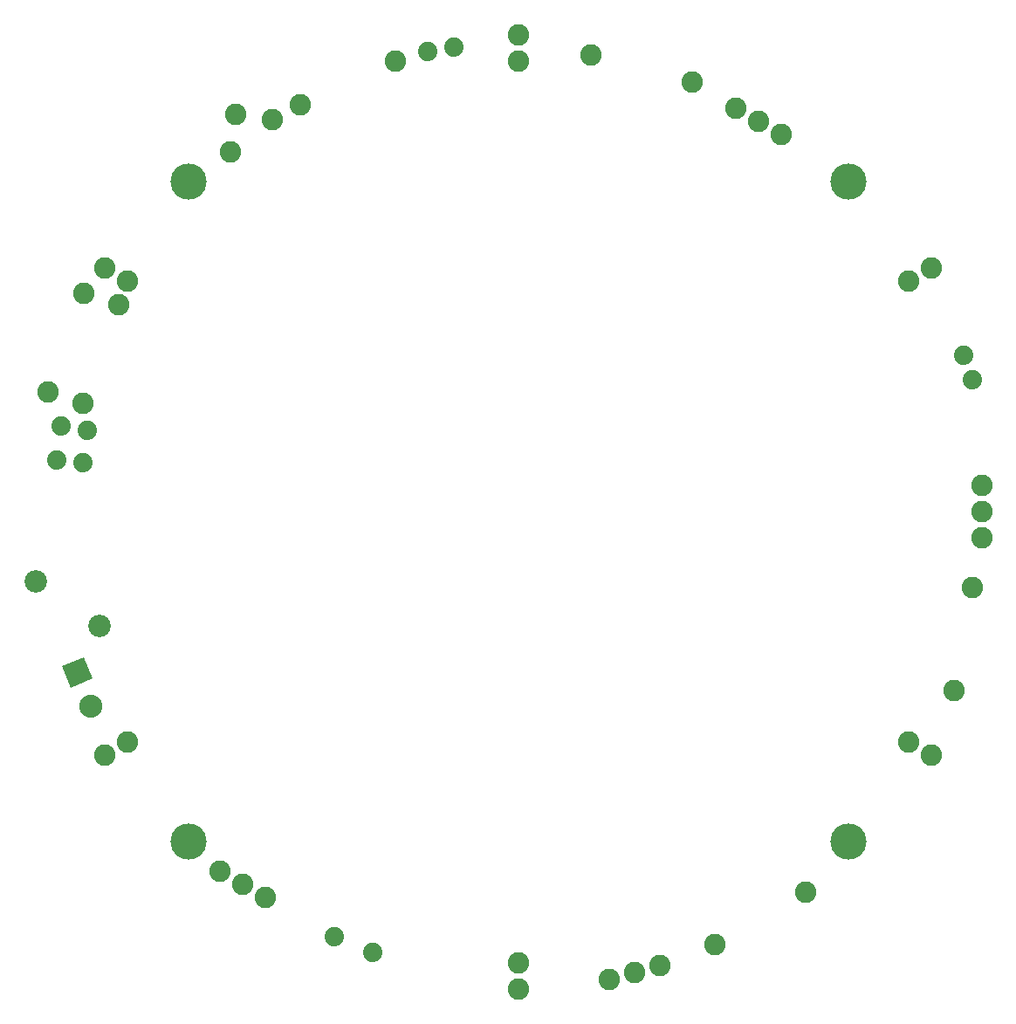
<source format=gts>
G75*
%MOIN*%
%OFA0B0*%
%FSLAX24Y24*%
%IPPOS*%
%LPD*%
%AMOC8*
5,1,8,0,0,1.08239X$1,22.5*
%
%ADD10C,0.0880*%
%ADD11R,0.0880X0.0880*%
%ADD12C,0.0860*%
%ADD13C,0.0740*%
%ADD14C,0.0820*%
%ADD15C,0.1380*%
D10*
X003524Y012427D03*
D11*
G36*
X002759Y013126D02*
X002423Y013938D01*
X003235Y014274D01*
X003571Y013462D01*
X002759Y013126D01*
G37*
D12*
X003859Y015471D03*
X001402Y017191D03*
D13*
X002209Y021808D03*
X003205Y021721D03*
X003377Y022935D03*
X002392Y023109D03*
X016394Y037406D03*
X017379Y037579D03*
X036853Y025817D03*
X037195Y024877D03*
X014267Y003002D03*
X012812Y003605D03*
D14*
X010189Y005111D03*
X009323Y005611D03*
X008457Y006111D03*
X004048Y010530D03*
X004914Y011030D03*
X003206Y023983D03*
X001883Y024416D03*
X004574Y027742D03*
X004914Y028640D03*
X004048Y029140D03*
X003251Y028175D03*
X008861Y033592D03*
X009045Y034995D03*
X010447Y034810D03*
X011530Y035364D03*
X015156Y037054D03*
X019835Y037052D03*
X019835Y038052D03*
X022612Y037286D03*
X026476Y036250D03*
X028134Y035237D03*
X029000Y034737D03*
X029866Y034237D03*
X034756Y028640D03*
X035622Y029140D03*
X037532Y020835D03*
X037532Y019835D03*
X037532Y018835D03*
X037190Y016946D03*
X036496Y013007D03*
X034756Y011030D03*
X035622Y010530D03*
X030815Y005315D03*
X027351Y003315D03*
X025258Y002495D03*
X024292Y002237D03*
X023326Y001978D03*
X019835Y001619D03*
X019835Y002619D03*
D15*
X007237Y007237D03*
X007237Y032433D03*
X032433Y032433D03*
X032433Y007237D03*
M02*

</source>
